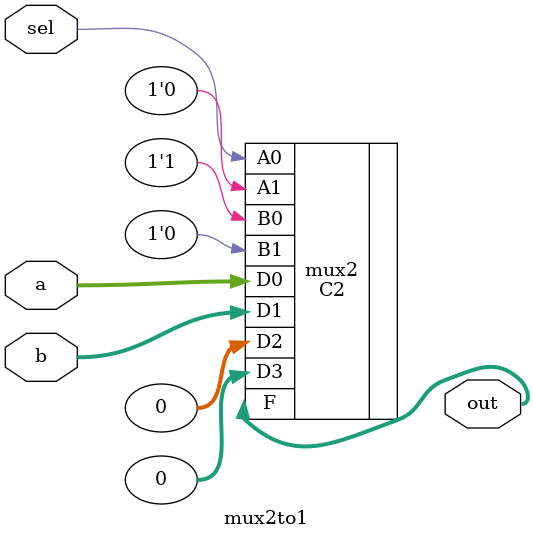
<source format=v>
module mux2to1 (a, b, sel, out);
    input sel;
    input [31:0] a, b;
    output [31:0] out;
    C2 #(32) mux2(.D0(a), .D1(b), .D2(32'b0), .D3(32'b0), .A1(1'b0), .B1(1'b0), .A0(sel), .B0(1'b1), .F(out));
endmodule
</source>
